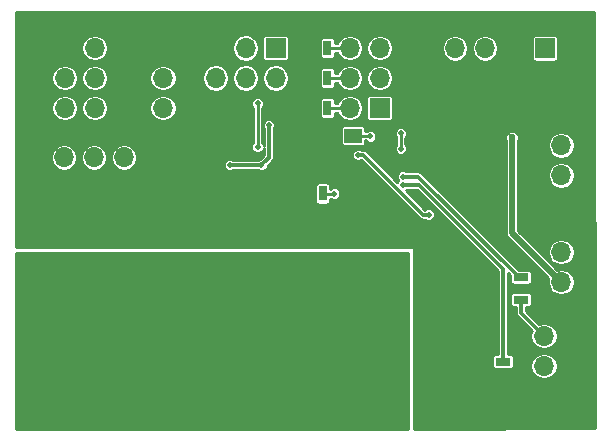
<source format=gbl>
G04 #@! TF.FileFunction,Copper,L2,Bot,Signal*
%FSLAX46Y46*%
G04 Gerber Fmt 4.6, Leading zero omitted, Abs format (unit mm)*
G04 Created by KiCad (PCBNEW 4.0.7) date Sat Nov 18 23:45:17 2017*
%MOMM*%
%LPD*%
G01*
G04 APERTURE LIST*
%ADD10C,0.100000*%
%ADD11C,0.600000*%
%ADD12C,0.500000*%
%ADD13R,1.600000X2.000000*%
%ADD14R,1.500000X1.250000*%
%ADD15R,1.700000X1.700000*%
%ADD16O,1.700000X1.700000*%
%ADD17R,0.700000X1.300000*%
%ADD18R,1.300000X0.700000*%
%ADD19C,0.228600*%
%ADD20C,0.500000*%
%ADD21C,0.300000*%
%ADD22C,0.254000*%
G04 APERTURE END LIST*
D10*
D11*
X35314000Y-34144000D03*
X37854000Y-34207500D03*
X39124000Y-34207500D03*
X36584000Y-34207500D03*
X40394000Y-34207500D03*
D12*
X56070500Y-39649500D03*
X54610000Y-39649500D03*
X52006500Y-39649500D03*
X50609500Y-39649500D03*
X54673500Y-36538000D03*
X52133500Y-36538000D03*
X50673000Y-36538000D03*
D11*
X57975500Y-36601500D03*
X57912000Y-38824000D03*
X53340000Y-38633500D03*
X53340000Y-37617500D03*
X53340000Y-36601500D03*
X53340000Y-39649500D03*
X49657000Y-39586000D03*
X58680000Y-48600000D03*
X58680000Y-47330000D03*
X62490000Y-48600000D03*
X62490000Y-47330000D03*
X63760000Y-47330000D03*
X63760000Y-48600000D03*
X63760000Y-49870000D03*
X62490000Y-49870000D03*
X61220000Y-49870000D03*
X59950000Y-49870000D03*
X58680000Y-49870000D03*
X57410000Y-49870000D03*
X56140000Y-49870000D03*
X57410000Y-48600000D03*
X56140000Y-48600000D03*
X54870000Y-49870000D03*
X54870000Y-48600000D03*
X54870000Y-47330000D03*
X53600000Y-47330000D03*
X52330000Y-47330000D03*
X51060000Y-47330000D03*
X49790000Y-49870000D03*
X49790000Y-48600000D03*
X16129000Y-36157000D03*
X18669000Y-36157000D03*
X18669000Y-38443000D03*
X16129000Y-38443000D03*
X16129000Y-40475000D03*
X21225000Y-49276000D03*
X22495000Y-49276000D03*
X23765000Y-49276000D03*
X18685000Y-49276000D03*
X16137000Y-49257000D03*
X17407000Y-49257000D03*
X19955000Y-49276000D03*
X28845000Y-49276000D03*
X27575000Y-49276000D03*
X26305000Y-49276000D03*
X25035000Y-49276000D03*
X31385000Y-49276000D03*
X30115000Y-49276000D03*
X33917000Y-49276000D03*
X32655000Y-49276000D03*
X21225000Y-48006000D03*
X22495000Y-48006000D03*
X23765000Y-48006000D03*
X18685000Y-48006000D03*
X16137000Y-47987000D03*
X17407000Y-47987000D03*
X19955000Y-48006000D03*
X28845000Y-48006000D03*
X27575000Y-48006000D03*
X26305000Y-48006000D03*
X25035000Y-48006000D03*
X31385000Y-48006000D03*
X30115000Y-48006000D03*
X33917000Y-48006000D03*
X32655000Y-48006000D03*
X21225000Y-46736000D03*
X22495000Y-46736000D03*
X23765000Y-46736000D03*
X18685000Y-46736000D03*
X16137000Y-46717000D03*
X17407000Y-46717000D03*
X19955000Y-46736000D03*
X28845000Y-46736000D03*
X27575000Y-46736000D03*
X26305000Y-46736000D03*
X25035000Y-46736000D03*
X31385000Y-46736000D03*
X30115000Y-46736000D03*
X33917000Y-46736000D03*
X32655000Y-46736000D03*
X21225000Y-45466000D03*
X22495000Y-45466000D03*
X23765000Y-45466000D03*
X18685000Y-45466000D03*
X16137000Y-45447000D03*
X17407000Y-45447000D03*
X19955000Y-45466000D03*
X28845000Y-45466000D03*
X27575000Y-45466000D03*
X26305000Y-45466000D03*
X25035000Y-45466000D03*
X31385000Y-45466000D03*
X30115000Y-45466000D03*
X33917000Y-45466000D03*
X32655000Y-45466000D03*
X21225000Y-44196000D03*
X22495000Y-44196000D03*
X23765000Y-44196000D03*
X18685000Y-44196000D03*
X16137000Y-44177000D03*
X17407000Y-44177000D03*
X19955000Y-44196000D03*
X28845000Y-44196000D03*
X27575000Y-44196000D03*
X26305000Y-44196000D03*
X25035000Y-44196000D03*
X31385000Y-44196000D03*
X30115000Y-44196000D03*
X33917000Y-44196000D03*
X32655000Y-44196000D03*
X21225000Y-42926000D03*
X22495000Y-42926000D03*
X23765000Y-42926000D03*
X18685000Y-42926000D03*
X16137000Y-42907000D03*
X17407000Y-42907000D03*
X19955000Y-42926000D03*
X28845000Y-42926000D03*
X27575000Y-42926000D03*
X26305000Y-42926000D03*
X25035000Y-42926000D03*
X31385000Y-42926000D03*
X30115000Y-42926000D03*
X33917000Y-42926000D03*
X32655000Y-42926000D03*
X26305000Y-41656000D03*
X27575000Y-41656000D03*
X22495000Y-41656000D03*
X25035000Y-41656000D03*
X21225000Y-41656000D03*
X23765000Y-41656000D03*
X19955000Y-41656000D03*
X18685000Y-41656000D03*
X33917000Y-41656000D03*
X32655000Y-41656000D03*
X28845000Y-41656000D03*
X31385000Y-41656000D03*
X30115000Y-41656000D03*
X16137000Y-41637000D03*
X17407000Y-41637000D03*
X33909000Y-40367000D03*
X28837000Y-40367000D03*
X27567000Y-40367000D03*
X26297000Y-40367000D03*
X32647000Y-40367000D03*
X30107000Y-40367000D03*
X31377000Y-40367000D03*
X21217000Y-40367000D03*
X19947000Y-40367000D03*
X18677000Y-40367000D03*
X25027000Y-40367000D03*
X22487000Y-40367000D03*
X23757000Y-40367000D03*
X42164000Y-34950500D03*
X41029000Y-34906000D03*
X39759000Y-33509000D03*
X39759000Y-34906000D03*
X38489000Y-34906000D03*
X38489000Y-33509000D03*
X37219000Y-34906000D03*
X37219000Y-33509000D03*
X35949000Y-33509000D03*
X35949000Y-34906000D03*
X34679000Y-34906000D03*
X34679000Y-33509000D03*
X23376000Y-33890000D03*
X23376000Y-32620000D03*
X19185000Y-32239000D03*
X18804000Y-33255000D03*
X18804000Y-34906000D03*
X16010000Y-33255000D03*
X31377000Y-32620000D03*
X31377000Y-33890000D03*
X28710000Y-31540500D03*
X31250000Y-31540500D03*
X29980000Y-31540500D03*
X26170000Y-31350000D03*
X27440000Y-31540500D03*
X31250000Y-36176000D03*
X28710000Y-36176000D03*
X29980000Y-36176000D03*
X23630000Y-36176000D03*
X24900000Y-36176000D03*
X26170000Y-36176000D03*
X27440000Y-36176000D03*
D12*
X22487000Y-36049000D03*
X20201000Y-36049000D03*
X21344000Y-36049000D03*
X21344000Y-35096500D03*
X22487000Y-35096500D03*
D11*
X31250000Y-34969500D03*
X29980000Y-34969500D03*
X28710000Y-34969500D03*
X26170000Y-34969500D03*
X27440000Y-34969500D03*
X24900000Y-34969500D03*
X23630000Y-34969500D03*
X16010000Y-34906000D03*
X19820000Y-31350000D03*
X16010000Y-31350000D03*
X23630000Y-31350000D03*
X22360000Y-31350000D03*
X24900000Y-31350000D03*
X21090000Y-31350000D03*
X23630000Y-30207000D03*
X24900000Y-30207000D03*
X21090000Y-30207000D03*
X22360000Y-30207000D03*
X18550000Y-30207000D03*
X19820000Y-30207000D03*
X17280000Y-30207000D03*
X49790000Y-47330000D03*
D12*
X44640500Y-35077400D03*
X44640500Y-34442400D03*
X46672500Y-34442400D03*
X46672500Y-35077400D03*
X45275500Y-35077400D03*
X46037500Y-35077400D03*
X46037500Y-34442400D03*
X45275500Y-34442400D03*
X45275500Y-33807400D03*
X46037500Y-33807400D03*
X45275500Y-33045400D03*
X46037500Y-33045400D03*
X46037500Y-32410400D03*
X45275500Y-32410400D03*
X46037500Y-31775400D03*
X45275500Y-31775400D03*
X46037500Y-31140400D03*
X45275500Y-31140400D03*
X46672500Y-31140400D03*
X44640500Y-31140400D03*
X44640500Y-31775400D03*
D13*
X47307500Y-37172400D03*
X47307500Y-33172400D03*
X44005500Y-37045400D03*
X44005500Y-33045400D03*
D14*
X41632500Y-25869900D03*
X44132500Y-25869900D03*
D15*
X28067000Y-18440400D03*
D16*
X28067000Y-20980400D03*
X28067000Y-23520400D03*
D15*
X37592000Y-18440400D03*
D16*
X37592000Y-20980400D03*
X35052000Y-18440400D03*
X35052000Y-20980400D03*
X32512000Y-18440400D03*
X32512000Y-20980400D03*
D15*
X61772800Y-33185200D03*
D16*
X61772800Y-35725200D03*
X61772800Y-38265200D03*
D15*
X46418500Y-23520400D03*
D16*
X43878500Y-23520400D03*
X46418500Y-20980400D03*
X43878500Y-20980400D03*
X46418500Y-18440400D03*
X43878500Y-18440400D03*
D15*
X27305000Y-27711400D03*
D16*
X24765000Y-27711400D03*
X22225000Y-27711400D03*
X19685000Y-27711400D03*
D15*
X61772800Y-24142800D03*
D16*
X61772800Y-26682800D03*
X61772800Y-29222800D03*
D12*
X45402500Y-36855400D03*
X45910500Y-36855400D03*
X45402500Y-36347400D03*
X45910500Y-36347400D03*
X46672500Y-31775400D03*
D11*
X49657000Y-36601400D03*
D12*
X48704500Y-39649500D03*
X54419500Y-32537400D03*
X56959500Y-27965400D03*
D15*
X60325000Y-47904400D03*
D16*
X60325000Y-45364400D03*
X60325000Y-42824400D03*
D12*
X43561000Y-29997400D03*
D17*
X41968500Y-18440400D03*
X40068500Y-18440400D03*
X41973500Y-20980400D03*
X40073500Y-20980400D03*
X41973500Y-23520400D03*
X40073500Y-23520400D03*
X41587500Y-30759400D03*
X39687500Y-30759400D03*
D18*
X58356500Y-39741900D03*
X58356500Y-37841900D03*
D12*
X38925500Y-23139400D03*
X35115500Y-23139400D03*
D15*
X19748500Y-18440400D03*
D16*
X22288500Y-18440400D03*
X19748500Y-20980400D03*
X22288500Y-20980400D03*
X19748500Y-23520400D03*
X22288500Y-23520400D03*
D18*
X56832500Y-46885900D03*
X56832500Y-44985900D03*
D15*
X17399000Y-31775400D03*
D16*
X17399000Y-34315400D03*
X17399000Y-36855400D03*
X17399000Y-39395400D03*
D11*
X16010000Y-30207000D03*
D12*
X20201000Y-35096500D03*
D15*
X60401200Y-18453200D03*
D16*
X57861200Y-18453200D03*
X55321200Y-18453200D03*
X52781200Y-18453200D03*
D12*
X45608530Y-25918353D03*
X33718500Y-28346400D03*
X36395089Y-28344570D03*
X37020500Y-24980900D03*
X44576916Y-27500177D03*
D11*
X57627875Y-26016367D03*
D12*
X50556984Y-32548384D03*
X48197101Y-26950486D03*
X48198625Y-25670759D03*
X36068000Y-23139400D03*
X36068000Y-26822400D03*
X42558556Y-30773064D03*
X48369170Y-29321432D03*
X48368309Y-30019674D03*
D19*
X45560077Y-25869900D02*
X45608530Y-25918353D01*
X44132500Y-25869900D02*
X45560077Y-25869900D01*
D20*
X57627875Y-26016367D02*
X57627875Y-34120275D01*
X57627875Y-34120275D02*
X61772800Y-38265200D01*
D21*
X36039706Y-28346400D02*
X33718500Y-28346400D01*
X36395089Y-28344570D02*
X36041536Y-28344570D01*
X36041536Y-28344570D02*
X36039706Y-28346400D01*
X36645088Y-28094571D02*
X36395089Y-28344570D01*
X37020500Y-27719159D02*
X36645088Y-28094571D01*
X37020500Y-24980900D02*
X37020500Y-27719159D01*
X44576916Y-27500177D02*
X45000777Y-27500177D01*
X45000777Y-27500177D02*
X50048984Y-32548384D01*
X50048984Y-32548384D02*
X50556984Y-32548384D01*
D19*
X48198625Y-26948962D02*
X48197101Y-26950486D01*
X48198625Y-25670759D02*
X48198625Y-26948962D01*
D21*
X60325000Y-42824400D02*
X58356500Y-40855900D01*
X58356500Y-40855900D02*
X58356500Y-39741900D01*
D19*
X36068000Y-26822400D02*
X36068000Y-23139400D01*
X41973500Y-23520400D02*
X43878500Y-23520400D01*
X41973500Y-20980400D02*
X43878500Y-20980400D01*
X41968500Y-18440400D02*
X43878500Y-18440400D01*
X42558556Y-30773064D02*
X41601164Y-30773064D01*
X41601164Y-30773064D02*
X41587500Y-30759400D01*
D21*
X58356500Y-37841900D02*
X58190390Y-37841900D01*
X58190390Y-37841900D02*
X49669922Y-29321432D01*
X49669922Y-29321432D02*
X48369170Y-29321432D01*
X56832500Y-43935900D02*
X56832500Y-44985900D01*
X48386205Y-30001778D02*
X48368309Y-30019674D01*
X49710463Y-30001778D02*
X48386205Y-30001778D01*
X56832500Y-43935900D02*
X56832500Y-37123815D01*
X56832500Y-37123815D02*
X49710463Y-30001778D01*
D22*
G36*
X48831500Y-35776000D02*
X48831500Y-50698400D01*
X15621000Y-50698400D01*
X15621000Y-35775900D01*
X48831500Y-35776000D01*
X48831500Y-35776000D01*
G37*
X48831500Y-35776000D02*
X48831500Y-50698400D01*
X15621000Y-50698400D01*
X15621000Y-35775900D01*
X48831500Y-35776000D01*
G36*
X64642773Y-50635418D02*
X49339500Y-50697881D01*
X49339500Y-35458400D01*
X49329494Y-35408990D01*
X49301053Y-35367365D01*
X49258659Y-35340085D01*
X49212500Y-35331400D01*
X15621000Y-35331400D01*
X15621000Y-30109400D01*
X40952627Y-30109400D01*
X40952627Y-31409400D01*
X40972109Y-31512939D01*
X41033301Y-31608034D01*
X41126668Y-31671829D01*
X41237500Y-31694273D01*
X41937500Y-31694273D01*
X42041039Y-31674791D01*
X42136134Y-31613599D01*
X42199929Y-31520232D01*
X42222373Y-31409400D01*
X42222373Y-31185633D01*
X42258283Y-31221606D01*
X42452790Y-31302372D01*
X42663398Y-31302556D01*
X42858045Y-31222130D01*
X43007098Y-31073337D01*
X43087864Y-30878830D01*
X43088048Y-30668222D01*
X43007622Y-30473575D01*
X42858829Y-30324522D01*
X42664322Y-30243756D01*
X42453714Y-30243572D01*
X42259067Y-30323998D01*
X42222373Y-30360628D01*
X42222373Y-30109400D01*
X42202891Y-30005861D01*
X42141699Y-29910766D01*
X42048332Y-29846971D01*
X41937500Y-29824527D01*
X41237500Y-29824527D01*
X41133961Y-29844009D01*
X41038866Y-29905201D01*
X40975071Y-29998568D01*
X40952627Y-30109400D01*
X15621000Y-30109400D01*
X15621000Y-27689274D01*
X18555600Y-27689274D01*
X18555600Y-27733526D01*
X18641570Y-28165729D01*
X18886394Y-28532132D01*
X19252797Y-28776956D01*
X19685000Y-28862926D01*
X20117203Y-28776956D01*
X20483606Y-28532132D01*
X20728430Y-28165729D01*
X20814400Y-27733526D01*
X20814400Y-27689274D01*
X21095600Y-27689274D01*
X21095600Y-27733526D01*
X21181570Y-28165729D01*
X21426394Y-28532132D01*
X21792797Y-28776956D01*
X22225000Y-28862926D01*
X22657203Y-28776956D01*
X23023606Y-28532132D01*
X23268430Y-28165729D01*
X23354400Y-27733526D01*
X23354400Y-27689274D01*
X23635600Y-27689274D01*
X23635600Y-27733526D01*
X23721570Y-28165729D01*
X23966394Y-28532132D01*
X24332797Y-28776956D01*
X24765000Y-28862926D01*
X25197203Y-28776956D01*
X25563606Y-28532132D01*
X25617655Y-28451242D01*
X33189008Y-28451242D01*
X33269434Y-28645889D01*
X33418227Y-28794942D01*
X33612734Y-28875708D01*
X33823342Y-28875892D01*
X34017989Y-28795466D01*
X34037689Y-28775800D01*
X36039706Y-28775800D01*
X36048906Y-28773970D01*
X36075707Y-28773970D01*
X36094816Y-28793112D01*
X36289323Y-28873878D01*
X36499931Y-28874062D01*
X36694578Y-28793636D01*
X36843631Y-28644843D01*
X36924397Y-28450336D01*
X36924421Y-28422502D01*
X36948720Y-28398203D01*
X37324129Y-28022793D01*
X37324132Y-28022791D01*
X37417214Y-27883483D01*
X37431393Y-27812200D01*
X37449901Y-27719159D01*
X37449900Y-27719154D01*
X37449900Y-27605019D01*
X44047424Y-27605019D01*
X44127850Y-27799666D01*
X44276643Y-27948719D01*
X44471150Y-28029485D01*
X44681758Y-28029669D01*
X44852469Y-27959133D01*
X49745352Y-32852016D01*
X49884660Y-32945098D01*
X50048984Y-32977785D01*
X50048989Y-32977784D01*
X50237602Y-32977784D01*
X50256711Y-32996926D01*
X50451218Y-33077692D01*
X50661826Y-33077876D01*
X50856473Y-32997450D01*
X51005526Y-32848657D01*
X51086292Y-32654150D01*
X51086476Y-32443542D01*
X51006050Y-32248895D01*
X50857257Y-32099842D01*
X50662750Y-32019076D01*
X50452142Y-32018892D01*
X50257495Y-32099318D01*
X50237795Y-32118984D01*
X50226848Y-32118984D01*
X48603267Y-30495403D01*
X48667798Y-30468740D01*
X48705426Y-30431178D01*
X49532599Y-30431178D01*
X56403100Y-37301678D01*
X56403100Y-44351027D01*
X56182500Y-44351027D01*
X56078961Y-44370509D01*
X55983866Y-44431701D01*
X55920071Y-44525068D01*
X55897627Y-44635900D01*
X55897627Y-45335900D01*
X55917109Y-45439439D01*
X55978301Y-45534534D01*
X56071668Y-45598329D01*
X56182500Y-45620773D01*
X57482500Y-45620773D01*
X57586039Y-45601291D01*
X57681134Y-45540099D01*
X57744929Y-45446732D01*
X57761601Y-45364400D01*
X59173474Y-45364400D01*
X59259444Y-45796603D01*
X59504268Y-46163006D01*
X59870671Y-46407830D01*
X60302874Y-46493800D01*
X60347126Y-46493800D01*
X60779329Y-46407830D01*
X61145732Y-46163006D01*
X61390556Y-45796603D01*
X61476526Y-45364400D01*
X61390556Y-44932197D01*
X61145732Y-44565794D01*
X60779329Y-44320970D01*
X60347126Y-44235000D01*
X60302874Y-44235000D01*
X59870671Y-44320970D01*
X59504268Y-44565794D01*
X59259444Y-44932197D01*
X59173474Y-45364400D01*
X57761601Y-45364400D01*
X57767373Y-45335900D01*
X57767373Y-44635900D01*
X57747891Y-44532361D01*
X57686699Y-44437266D01*
X57593332Y-44373471D01*
X57482500Y-44351027D01*
X57261900Y-44351027D01*
X57261900Y-39391900D01*
X57421627Y-39391900D01*
X57421627Y-40091900D01*
X57441109Y-40195439D01*
X57502301Y-40290534D01*
X57595668Y-40354329D01*
X57706500Y-40376773D01*
X57927100Y-40376773D01*
X57927100Y-40855900D01*
X57959786Y-41020225D01*
X58052868Y-41159532D01*
X59269894Y-42376557D01*
X59259444Y-42392197D01*
X59173474Y-42824400D01*
X59259444Y-43256603D01*
X59504268Y-43623006D01*
X59870671Y-43867830D01*
X60302874Y-43953800D01*
X60347126Y-43953800D01*
X60779329Y-43867830D01*
X61145732Y-43623006D01*
X61390556Y-43256603D01*
X61476526Y-42824400D01*
X61390556Y-42392197D01*
X61145732Y-42025794D01*
X60779329Y-41780970D01*
X60347126Y-41695000D01*
X60302874Y-41695000D01*
X59885820Y-41777957D01*
X58785900Y-40678036D01*
X58785900Y-40376773D01*
X59006500Y-40376773D01*
X59110039Y-40357291D01*
X59205134Y-40296099D01*
X59268929Y-40202732D01*
X59291373Y-40091900D01*
X59291373Y-39391900D01*
X59271891Y-39288361D01*
X59210699Y-39193266D01*
X59117332Y-39129471D01*
X59006500Y-39107027D01*
X57706500Y-39107027D01*
X57602961Y-39126509D01*
X57507866Y-39187701D01*
X57444071Y-39281068D01*
X57421627Y-39391900D01*
X57261900Y-39391900D01*
X57261900Y-37520673D01*
X57421627Y-37680400D01*
X57421627Y-38191900D01*
X57441109Y-38295439D01*
X57502301Y-38390534D01*
X57595668Y-38454329D01*
X57706500Y-38476773D01*
X59006500Y-38476773D01*
X59110039Y-38457291D01*
X59205134Y-38396099D01*
X59268929Y-38302732D01*
X59291373Y-38191900D01*
X59291373Y-37491900D01*
X59271891Y-37388361D01*
X59210699Y-37293266D01*
X59117332Y-37229471D01*
X59006500Y-37207027D01*
X58162780Y-37207027D01*
X49973554Y-29017800D01*
X49834247Y-28924718D01*
X49669922Y-28892032D01*
X48688552Y-28892032D01*
X48669443Y-28872890D01*
X48474936Y-28792124D01*
X48264328Y-28791940D01*
X48069681Y-28872366D01*
X47920628Y-29021159D01*
X47839862Y-29215666D01*
X47839678Y-29426274D01*
X47920104Y-29620921D01*
X47969176Y-29670078D01*
X47919767Y-29719401D01*
X47892627Y-29784763D01*
X45304409Y-27196545D01*
X45165102Y-27103463D01*
X45000777Y-27070777D01*
X44896298Y-27070777D01*
X44880876Y-27055328D01*
X47667609Y-27055328D01*
X47748035Y-27249975D01*
X47896828Y-27399028D01*
X48091335Y-27479794D01*
X48301943Y-27479978D01*
X48496590Y-27399552D01*
X48645643Y-27250759D01*
X48726409Y-27056252D01*
X48726593Y-26845644D01*
X48646167Y-26650997D01*
X48592325Y-26597061D01*
X48592325Y-26131111D01*
X57048375Y-26131111D01*
X57098475Y-26252363D01*
X57098475Y-34120275D01*
X57138773Y-34322868D01*
X57253533Y-34494617D01*
X60688109Y-37929193D01*
X60621274Y-38265200D01*
X60707244Y-38697403D01*
X60952068Y-39063806D01*
X61318471Y-39308630D01*
X61750674Y-39394600D01*
X61794926Y-39394600D01*
X62227129Y-39308630D01*
X62593532Y-39063806D01*
X62838356Y-38697403D01*
X62924326Y-38265200D01*
X62838356Y-37832997D01*
X62593532Y-37466594D01*
X62227129Y-37221770D01*
X61794926Y-37135800D01*
X61750674Y-37135800D01*
X61451578Y-37195294D01*
X59981484Y-35725200D01*
X60621274Y-35725200D01*
X60707244Y-36157403D01*
X60952068Y-36523806D01*
X61318471Y-36768630D01*
X61750674Y-36854600D01*
X61794926Y-36854600D01*
X62227129Y-36768630D01*
X62593532Y-36523806D01*
X62838356Y-36157403D01*
X62924326Y-35725200D01*
X62838356Y-35292997D01*
X62593532Y-34926594D01*
X62227129Y-34681770D01*
X61794926Y-34595800D01*
X61750674Y-34595800D01*
X61318471Y-34681770D01*
X60952068Y-34926594D01*
X60707244Y-35292997D01*
X60621274Y-35725200D01*
X59981484Y-35725200D01*
X58157275Y-33900991D01*
X58157275Y-29222800D01*
X60621274Y-29222800D01*
X60707244Y-29655003D01*
X60952068Y-30021406D01*
X61318471Y-30266230D01*
X61750674Y-30352200D01*
X61794926Y-30352200D01*
X62227129Y-30266230D01*
X62593532Y-30021406D01*
X62838356Y-29655003D01*
X62924326Y-29222800D01*
X62838356Y-28790597D01*
X62593532Y-28424194D01*
X62227129Y-28179370D01*
X61794926Y-28093400D01*
X61750674Y-28093400D01*
X61318471Y-28179370D01*
X60952068Y-28424194D01*
X60707244Y-28790597D01*
X60621274Y-29222800D01*
X58157275Y-29222800D01*
X58157275Y-26682800D01*
X60621274Y-26682800D01*
X60707244Y-27115003D01*
X60952068Y-27481406D01*
X61318471Y-27726230D01*
X61750674Y-27812200D01*
X61794926Y-27812200D01*
X62227129Y-27726230D01*
X62593532Y-27481406D01*
X62838356Y-27115003D01*
X62924326Y-26682800D01*
X62838356Y-26250597D01*
X62593532Y-25884194D01*
X62227129Y-25639370D01*
X61794926Y-25553400D01*
X61750674Y-25553400D01*
X61318471Y-25639370D01*
X60952068Y-25884194D01*
X60707244Y-26250597D01*
X60621274Y-26682800D01*
X58157275Y-26682800D01*
X58157275Y-26252292D01*
X58207174Y-26132122D01*
X58207375Y-25901623D01*
X58119353Y-25688592D01*
X57956507Y-25525462D01*
X57743630Y-25437068D01*
X57513131Y-25436867D01*
X57300100Y-25524889D01*
X57136970Y-25687735D01*
X57048576Y-25900612D01*
X57048375Y-26131111D01*
X48592325Y-26131111D01*
X48592325Y-26025778D01*
X48647167Y-25971032D01*
X48727933Y-25776525D01*
X48728117Y-25565917D01*
X48647691Y-25371270D01*
X48498898Y-25222217D01*
X48304391Y-25141451D01*
X48093783Y-25141267D01*
X47899136Y-25221693D01*
X47750083Y-25370486D01*
X47669317Y-25564993D01*
X47669133Y-25775601D01*
X47749559Y-25970248D01*
X47804925Y-26025711D01*
X47804925Y-26593945D01*
X47748559Y-26650213D01*
X47667793Y-26844720D01*
X47667609Y-27055328D01*
X44880876Y-27055328D01*
X44877189Y-27051635D01*
X44682682Y-26970869D01*
X44472074Y-26970685D01*
X44277427Y-27051111D01*
X44128374Y-27199904D01*
X44047608Y-27394411D01*
X44047424Y-27605019D01*
X37449900Y-27605019D01*
X37449900Y-25300282D01*
X37469042Y-25281173D01*
X37484103Y-25244900D01*
X43097627Y-25244900D01*
X43097627Y-26494900D01*
X43117109Y-26598439D01*
X43178301Y-26693534D01*
X43271668Y-26757329D01*
X43382500Y-26779773D01*
X44882500Y-26779773D01*
X44986039Y-26760291D01*
X45081134Y-26699099D01*
X45144929Y-26605732D01*
X45167373Y-26494900D01*
X45167373Y-26263600D01*
X45205142Y-26263600D01*
X45308257Y-26366895D01*
X45502764Y-26447661D01*
X45713372Y-26447845D01*
X45908019Y-26367419D01*
X46057072Y-26218626D01*
X46137838Y-26024119D01*
X46138022Y-25813511D01*
X46057596Y-25618864D01*
X45908803Y-25469811D01*
X45714296Y-25389045D01*
X45503688Y-25388861D01*
X45309041Y-25469287D01*
X45302116Y-25476200D01*
X45167373Y-25476200D01*
X45167373Y-25244900D01*
X45147891Y-25141361D01*
X45086699Y-25046266D01*
X44993332Y-24982471D01*
X44882500Y-24960027D01*
X43382500Y-24960027D01*
X43278961Y-24979509D01*
X43183866Y-25040701D01*
X43120071Y-25134068D01*
X43097627Y-25244900D01*
X37484103Y-25244900D01*
X37549808Y-25086666D01*
X37549992Y-24876058D01*
X37469566Y-24681411D01*
X37320773Y-24532358D01*
X37126266Y-24451592D01*
X36915658Y-24451408D01*
X36721011Y-24531834D01*
X36571958Y-24680627D01*
X36491192Y-24875134D01*
X36491008Y-25085742D01*
X36571434Y-25280389D01*
X36591100Y-25300089D01*
X36591100Y-26702088D01*
X36517066Y-26522911D01*
X36461700Y-26467448D01*
X36461700Y-23494419D01*
X36516542Y-23439673D01*
X36597308Y-23245166D01*
X36597492Y-23034558D01*
X36529664Y-22870400D01*
X41338627Y-22870400D01*
X41338627Y-24170400D01*
X41358109Y-24273939D01*
X41419301Y-24369034D01*
X41512668Y-24432829D01*
X41623500Y-24455273D01*
X42323500Y-24455273D01*
X42427039Y-24435791D01*
X42522134Y-24374599D01*
X42585929Y-24281232D01*
X42608373Y-24170400D01*
X42608373Y-23914100D01*
X42805285Y-23914100D01*
X42812944Y-23952603D01*
X43057768Y-24319006D01*
X43424171Y-24563830D01*
X43856374Y-24649800D01*
X43900626Y-24649800D01*
X44332829Y-24563830D01*
X44699232Y-24319006D01*
X44944056Y-23952603D01*
X45030026Y-23520400D01*
X44944056Y-23088197D01*
X44699232Y-22721794D01*
X44622316Y-22670400D01*
X45283627Y-22670400D01*
X45283627Y-24370400D01*
X45303109Y-24473939D01*
X45364301Y-24569034D01*
X45457668Y-24632829D01*
X45568500Y-24655273D01*
X47268500Y-24655273D01*
X47372039Y-24635791D01*
X47467134Y-24574599D01*
X47530929Y-24481232D01*
X47553373Y-24370400D01*
X47553373Y-22670400D01*
X47533891Y-22566861D01*
X47472699Y-22471766D01*
X47379332Y-22407971D01*
X47268500Y-22385527D01*
X45568500Y-22385527D01*
X45464961Y-22405009D01*
X45369866Y-22466201D01*
X45306071Y-22559568D01*
X45283627Y-22670400D01*
X44622316Y-22670400D01*
X44332829Y-22476970D01*
X43900626Y-22391000D01*
X43856374Y-22391000D01*
X43424171Y-22476970D01*
X43057768Y-22721794D01*
X42812944Y-23088197D01*
X42805285Y-23126700D01*
X42608373Y-23126700D01*
X42608373Y-22870400D01*
X42588891Y-22766861D01*
X42527699Y-22671766D01*
X42434332Y-22607971D01*
X42323500Y-22585527D01*
X41623500Y-22585527D01*
X41519961Y-22605009D01*
X41424866Y-22666201D01*
X41361071Y-22759568D01*
X41338627Y-22870400D01*
X36529664Y-22870400D01*
X36517066Y-22839911D01*
X36368273Y-22690858D01*
X36173766Y-22610092D01*
X35963158Y-22609908D01*
X35768511Y-22690334D01*
X35619458Y-22839127D01*
X35538692Y-23033634D01*
X35538508Y-23244242D01*
X35618934Y-23438889D01*
X35674300Y-23494352D01*
X35674300Y-26467381D01*
X35619458Y-26522127D01*
X35538692Y-26716634D01*
X35538508Y-26927242D01*
X35618934Y-27121889D01*
X35767727Y-27270942D01*
X35962234Y-27351708D01*
X36172842Y-27351892D01*
X36367489Y-27271466D01*
X36516542Y-27122673D01*
X36591100Y-26943117D01*
X36591100Y-27541296D01*
X36341456Y-27790939D01*
X36317293Y-27815102D01*
X36290247Y-27815078D01*
X36095600Y-27895504D01*
X36075900Y-27915170D01*
X36041536Y-27915170D01*
X36032336Y-27917000D01*
X34037882Y-27917000D01*
X34018773Y-27897858D01*
X33824266Y-27817092D01*
X33613658Y-27816908D01*
X33419011Y-27897334D01*
X33269958Y-28046127D01*
X33189192Y-28240634D01*
X33189008Y-28451242D01*
X25617655Y-28451242D01*
X25808430Y-28165729D01*
X25894400Y-27733526D01*
X25894400Y-27689274D01*
X25808430Y-27257071D01*
X25563606Y-26890668D01*
X25197203Y-26645844D01*
X24765000Y-26559874D01*
X24332797Y-26645844D01*
X23966394Y-26890668D01*
X23721570Y-27257071D01*
X23635600Y-27689274D01*
X23354400Y-27689274D01*
X23268430Y-27257071D01*
X23023606Y-26890668D01*
X22657203Y-26645844D01*
X22225000Y-26559874D01*
X21792797Y-26645844D01*
X21426394Y-26890668D01*
X21181570Y-27257071D01*
X21095600Y-27689274D01*
X20814400Y-27689274D01*
X20728430Y-27257071D01*
X20483606Y-26890668D01*
X20117203Y-26645844D01*
X19685000Y-26559874D01*
X19252797Y-26645844D01*
X18886394Y-26890668D01*
X18641570Y-27257071D01*
X18555600Y-27689274D01*
X15621000Y-27689274D01*
X15621000Y-23520400D01*
X18596974Y-23520400D01*
X18682944Y-23952603D01*
X18927768Y-24319006D01*
X19294171Y-24563830D01*
X19726374Y-24649800D01*
X19770626Y-24649800D01*
X20202829Y-24563830D01*
X20569232Y-24319006D01*
X20814056Y-23952603D01*
X20900026Y-23520400D01*
X21136974Y-23520400D01*
X21222944Y-23952603D01*
X21467768Y-24319006D01*
X21834171Y-24563830D01*
X22266374Y-24649800D01*
X22310626Y-24649800D01*
X22742829Y-24563830D01*
X23109232Y-24319006D01*
X23354056Y-23952603D01*
X23440026Y-23520400D01*
X26915474Y-23520400D01*
X27001444Y-23952603D01*
X27246268Y-24319006D01*
X27612671Y-24563830D01*
X28044874Y-24649800D01*
X28089126Y-24649800D01*
X28521329Y-24563830D01*
X28887732Y-24319006D01*
X29132556Y-23952603D01*
X29218526Y-23520400D01*
X29132556Y-23088197D01*
X28887732Y-22721794D01*
X28521329Y-22476970D01*
X28089126Y-22391000D01*
X28044874Y-22391000D01*
X27612671Y-22476970D01*
X27246268Y-22721794D01*
X27001444Y-23088197D01*
X26915474Y-23520400D01*
X23440026Y-23520400D01*
X23354056Y-23088197D01*
X23109232Y-22721794D01*
X22742829Y-22476970D01*
X22310626Y-22391000D01*
X22266374Y-22391000D01*
X21834171Y-22476970D01*
X21467768Y-22721794D01*
X21222944Y-23088197D01*
X21136974Y-23520400D01*
X20900026Y-23520400D01*
X20814056Y-23088197D01*
X20569232Y-22721794D01*
X20202829Y-22476970D01*
X19770626Y-22391000D01*
X19726374Y-22391000D01*
X19294171Y-22476970D01*
X18927768Y-22721794D01*
X18682944Y-23088197D01*
X18596974Y-23520400D01*
X15621000Y-23520400D01*
X15621000Y-20980400D01*
X18596974Y-20980400D01*
X18682944Y-21412603D01*
X18927768Y-21779006D01*
X19294171Y-22023830D01*
X19726374Y-22109800D01*
X19770626Y-22109800D01*
X20202829Y-22023830D01*
X20569232Y-21779006D01*
X20814056Y-21412603D01*
X20900026Y-20980400D01*
X21136974Y-20980400D01*
X21222944Y-21412603D01*
X21467768Y-21779006D01*
X21834171Y-22023830D01*
X22266374Y-22109800D01*
X22310626Y-22109800D01*
X22742829Y-22023830D01*
X23109232Y-21779006D01*
X23354056Y-21412603D01*
X23440026Y-20980400D01*
X26915474Y-20980400D01*
X27001444Y-21412603D01*
X27246268Y-21779006D01*
X27612671Y-22023830D01*
X28044874Y-22109800D01*
X28089126Y-22109800D01*
X28521329Y-22023830D01*
X28887732Y-21779006D01*
X29132556Y-21412603D01*
X29218526Y-20980400D01*
X29214125Y-20958274D01*
X31382600Y-20958274D01*
X31382600Y-21002526D01*
X31468570Y-21434729D01*
X31713394Y-21801132D01*
X32079797Y-22045956D01*
X32512000Y-22131926D01*
X32944203Y-22045956D01*
X33310606Y-21801132D01*
X33555430Y-21434729D01*
X33641400Y-21002526D01*
X33641400Y-20958274D01*
X33922600Y-20958274D01*
X33922600Y-21002526D01*
X34008570Y-21434729D01*
X34253394Y-21801132D01*
X34619797Y-22045956D01*
X35052000Y-22131926D01*
X35484203Y-22045956D01*
X35850606Y-21801132D01*
X36095430Y-21434729D01*
X36181400Y-21002526D01*
X36181400Y-20958274D01*
X36462600Y-20958274D01*
X36462600Y-21002526D01*
X36548570Y-21434729D01*
X36793394Y-21801132D01*
X37159797Y-22045956D01*
X37592000Y-22131926D01*
X38024203Y-22045956D01*
X38390606Y-21801132D01*
X38635430Y-21434729D01*
X38721400Y-21002526D01*
X38721400Y-20958274D01*
X38635430Y-20526071D01*
X38504687Y-20330400D01*
X41338627Y-20330400D01*
X41338627Y-21630400D01*
X41358109Y-21733939D01*
X41419301Y-21829034D01*
X41512668Y-21892829D01*
X41623500Y-21915273D01*
X42323500Y-21915273D01*
X42427039Y-21895791D01*
X42522134Y-21834599D01*
X42585929Y-21741232D01*
X42608373Y-21630400D01*
X42608373Y-21374100D01*
X42805285Y-21374100D01*
X42812944Y-21412603D01*
X43057768Y-21779006D01*
X43424171Y-22023830D01*
X43856374Y-22109800D01*
X43900626Y-22109800D01*
X44332829Y-22023830D01*
X44699232Y-21779006D01*
X44944056Y-21412603D01*
X45030026Y-20980400D01*
X45266974Y-20980400D01*
X45352944Y-21412603D01*
X45597768Y-21779006D01*
X45964171Y-22023830D01*
X46396374Y-22109800D01*
X46440626Y-22109800D01*
X46872829Y-22023830D01*
X47239232Y-21779006D01*
X47484056Y-21412603D01*
X47570026Y-20980400D01*
X47484056Y-20548197D01*
X47239232Y-20181794D01*
X46872829Y-19936970D01*
X46440626Y-19851000D01*
X46396374Y-19851000D01*
X45964171Y-19936970D01*
X45597768Y-20181794D01*
X45352944Y-20548197D01*
X45266974Y-20980400D01*
X45030026Y-20980400D01*
X44944056Y-20548197D01*
X44699232Y-20181794D01*
X44332829Y-19936970D01*
X43900626Y-19851000D01*
X43856374Y-19851000D01*
X43424171Y-19936970D01*
X43057768Y-20181794D01*
X42812944Y-20548197D01*
X42805285Y-20586700D01*
X42608373Y-20586700D01*
X42608373Y-20330400D01*
X42588891Y-20226861D01*
X42527699Y-20131766D01*
X42434332Y-20067971D01*
X42323500Y-20045527D01*
X41623500Y-20045527D01*
X41519961Y-20065009D01*
X41424866Y-20126201D01*
X41361071Y-20219568D01*
X41338627Y-20330400D01*
X38504687Y-20330400D01*
X38390606Y-20159668D01*
X38024203Y-19914844D01*
X37592000Y-19828874D01*
X37159797Y-19914844D01*
X36793394Y-20159668D01*
X36548570Y-20526071D01*
X36462600Y-20958274D01*
X36181400Y-20958274D01*
X36095430Y-20526071D01*
X35850606Y-20159668D01*
X35484203Y-19914844D01*
X35052000Y-19828874D01*
X34619797Y-19914844D01*
X34253394Y-20159668D01*
X34008570Y-20526071D01*
X33922600Y-20958274D01*
X33641400Y-20958274D01*
X33555430Y-20526071D01*
X33310606Y-20159668D01*
X32944203Y-19914844D01*
X32512000Y-19828874D01*
X32079797Y-19914844D01*
X31713394Y-20159668D01*
X31468570Y-20526071D01*
X31382600Y-20958274D01*
X29214125Y-20958274D01*
X29132556Y-20548197D01*
X28887732Y-20181794D01*
X28521329Y-19936970D01*
X28089126Y-19851000D01*
X28044874Y-19851000D01*
X27612671Y-19936970D01*
X27246268Y-20181794D01*
X27001444Y-20548197D01*
X26915474Y-20980400D01*
X23440026Y-20980400D01*
X23354056Y-20548197D01*
X23109232Y-20181794D01*
X22742829Y-19936970D01*
X22310626Y-19851000D01*
X22266374Y-19851000D01*
X21834171Y-19936970D01*
X21467768Y-20181794D01*
X21222944Y-20548197D01*
X21136974Y-20980400D01*
X20900026Y-20980400D01*
X20814056Y-20548197D01*
X20569232Y-20181794D01*
X20202829Y-19936970D01*
X19770626Y-19851000D01*
X19726374Y-19851000D01*
X19294171Y-19936970D01*
X18927768Y-20181794D01*
X18682944Y-20548197D01*
X18596974Y-20980400D01*
X15621000Y-20980400D01*
X15621000Y-18440400D01*
X21136974Y-18440400D01*
X21222944Y-18872603D01*
X21467768Y-19239006D01*
X21834171Y-19483830D01*
X22266374Y-19569800D01*
X22310626Y-19569800D01*
X22742829Y-19483830D01*
X23109232Y-19239006D01*
X23354056Y-18872603D01*
X23440026Y-18440400D01*
X23435625Y-18418274D01*
X33922600Y-18418274D01*
X33922600Y-18462526D01*
X34008570Y-18894729D01*
X34253394Y-19261132D01*
X34619797Y-19505956D01*
X35052000Y-19591926D01*
X35484203Y-19505956D01*
X35850606Y-19261132D01*
X36095430Y-18894729D01*
X36181400Y-18462526D01*
X36181400Y-18418274D01*
X36095430Y-17986071D01*
X35850606Y-17619668D01*
X35806804Y-17590400D01*
X36457127Y-17590400D01*
X36457127Y-19290400D01*
X36476609Y-19393939D01*
X36537801Y-19489034D01*
X36631168Y-19552829D01*
X36742000Y-19575273D01*
X38442000Y-19575273D01*
X38545539Y-19555791D01*
X38640634Y-19494599D01*
X38704429Y-19401232D01*
X38726873Y-19290400D01*
X38726873Y-17790400D01*
X41333627Y-17790400D01*
X41333627Y-19090400D01*
X41353109Y-19193939D01*
X41414301Y-19289034D01*
X41507668Y-19352829D01*
X41618500Y-19375273D01*
X42318500Y-19375273D01*
X42422039Y-19355791D01*
X42517134Y-19294599D01*
X42580929Y-19201232D01*
X42603373Y-19090400D01*
X42603373Y-18834100D01*
X42805285Y-18834100D01*
X42812944Y-18872603D01*
X43057768Y-19239006D01*
X43424171Y-19483830D01*
X43856374Y-19569800D01*
X43900626Y-19569800D01*
X44332829Y-19483830D01*
X44699232Y-19239006D01*
X44944056Y-18872603D01*
X45030026Y-18440400D01*
X45266974Y-18440400D01*
X45352944Y-18872603D01*
X45597768Y-19239006D01*
X45964171Y-19483830D01*
X46396374Y-19569800D01*
X46440626Y-19569800D01*
X46872829Y-19483830D01*
X47239232Y-19239006D01*
X47484056Y-18872603D01*
X47570026Y-18440400D01*
X47568171Y-18431074D01*
X51651800Y-18431074D01*
X51651800Y-18475326D01*
X51737770Y-18907529D01*
X51982594Y-19273932D01*
X52348997Y-19518756D01*
X52781200Y-19604726D01*
X53213403Y-19518756D01*
X53579806Y-19273932D01*
X53824630Y-18907529D01*
X53910600Y-18475326D01*
X53910600Y-18431074D01*
X54191800Y-18431074D01*
X54191800Y-18475326D01*
X54277770Y-18907529D01*
X54522594Y-19273932D01*
X54888997Y-19518756D01*
X55321200Y-19604726D01*
X55753403Y-19518756D01*
X56119806Y-19273932D01*
X56364630Y-18907529D01*
X56450600Y-18475326D01*
X56450600Y-18431074D01*
X56364630Y-17998871D01*
X56119806Y-17632468D01*
X56076004Y-17603200D01*
X59266327Y-17603200D01*
X59266327Y-19303200D01*
X59285809Y-19406739D01*
X59347001Y-19501834D01*
X59440368Y-19565629D01*
X59551200Y-19588073D01*
X61251200Y-19588073D01*
X61354739Y-19568591D01*
X61449834Y-19507399D01*
X61513629Y-19414032D01*
X61536073Y-19303200D01*
X61536073Y-17603200D01*
X61516591Y-17499661D01*
X61455399Y-17404566D01*
X61362032Y-17340771D01*
X61251200Y-17318327D01*
X59551200Y-17318327D01*
X59447661Y-17337809D01*
X59352566Y-17399001D01*
X59288771Y-17492368D01*
X59266327Y-17603200D01*
X56076004Y-17603200D01*
X55753403Y-17387644D01*
X55321200Y-17301674D01*
X54888997Y-17387644D01*
X54522594Y-17632468D01*
X54277770Y-17998871D01*
X54191800Y-18431074D01*
X53910600Y-18431074D01*
X53824630Y-17998871D01*
X53579806Y-17632468D01*
X53213403Y-17387644D01*
X52781200Y-17301674D01*
X52348997Y-17387644D01*
X51982594Y-17632468D01*
X51737770Y-17998871D01*
X51651800Y-18431074D01*
X47568171Y-18431074D01*
X47484056Y-18008197D01*
X47239232Y-17641794D01*
X46872829Y-17396970D01*
X46440626Y-17311000D01*
X46396374Y-17311000D01*
X45964171Y-17396970D01*
X45597768Y-17641794D01*
X45352944Y-18008197D01*
X45266974Y-18440400D01*
X45030026Y-18440400D01*
X44944056Y-18008197D01*
X44699232Y-17641794D01*
X44332829Y-17396970D01*
X43900626Y-17311000D01*
X43856374Y-17311000D01*
X43424171Y-17396970D01*
X43057768Y-17641794D01*
X42812944Y-18008197D01*
X42805285Y-18046700D01*
X42603373Y-18046700D01*
X42603373Y-17790400D01*
X42583891Y-17686861D01*
X42522699Y-17591766D01*
X42429332Y-17527971D01*
X42318500Y-17505527D01*
X41618500Y-17505527D01*
X41514961Y-17525009D01*
X41419866Y-17586201D01*
X41356071Y-17679568D01*
X41333627Y-17790400D01*
X38726873Y-17790400D01*
X38726873Y-17590400D01*
X38707391Y-17486861D01*
X38646199Y-17391766D01*
X38552832Y-17327971D01*
X38442000Y-17305527D01*
X36742000Y-17305527D01*
X36638461Y-17325009D01*
X36543366Y-17386201D01*
X36479571Y-17479568D01*
X36457127Y-17590400D01*
X35806804Y-17590400D01*
X35484203Y-17374844D01*
X35052000Y-17288874D01*
X34619797Y-17374844D01*
X34253394Y-17619668D01*
X34008570Y-17986071D01*
X33922600Y-18418274D01*
X23435625Y-18418274D01*
X23354056Y-18008197D01*
X23109232Y-17641794D01*
X22742829Y-17396970D01*
X22310626Y-17311000D01*
X22266374Y-17311000D01*
X21834171Y-17396970D01*
X21467768Y-17641794D01*
X21222944Y-18008197D01*
X21136974Y-18440400D01*
X15621000Y-18440400D01*
X15621000Y-15392400D01*
X64579727Y-15392400D01*
X64642773Y-50635418D01*
X64642773Y-50635418D01*
G37*
X64642773Y-50635418D02*
X49339500Y-50697881D01*
X49339500Y-35458400D01*
X49329494Y-35408990D01*
X49301053Y-35367365D01*
X49258659Y-35340085D01*
X49212500Y-35331400D01*
X15621000Y-35331400D01*
X15621000Y-30109400D01*
X40952627Y-30109400D01*
X40952627Y-31409400D01*
X40972109Y-31512939D01*
X41033301Y-31608034D01*
X41126668Y-31671829D01*
X41237500Y-31694273D01*
X41937500Y-31694273D01*
X42041039Y-31674791D01*
X42136134Y-31613599D01*
X42199929Y-31520232D01*
X42222373Y-31409400D01*
X42222373Y-31185633D01*
X42258283Y-31221606D01*
X42452790Y-31302372D01*
X42663398Y-31302556D01*
X42858045Y-31222130D01*
X43007098Y-31073337D01*
X43087864Y-30878830D01*
X43088048Y-30668222D01*
X43007622Y-30473575D01*
X42858829Y-30324522D01*
X42664322Y-30243756D01*
X42453714Y-30243572D01*
X42259067Y-30323998D01*
X42222373Y-30360628D01*
X42222373Y-30109400D01*
X42202891Y-30005861D01*
X42141699Y-29910766D01*
X42048332Y-29846971D01*
X41937500Y-29824527D01*
X41237500Y-29824527D01*
X41133961Y-29844009D01*
X41038866Y-29905201D01*
X40975071Y-29998568D01*
X40952627Y-30109400D01*
X15621000Y-30109400D01*
X15621000Y-27689274D01*
X18555600Y-27689274D01*
X18555600Y-27733526D01*
X18641570Y-28165729D01*
X18886394Y-28532132D01*
X19252797Y-28776956D01*
X19685000Y-28862926D01*
X20117203Y-28776956D01*
X20483606Y-28532132D01*
X20728430Y-28165729D01*
X20814400Y-27733526D01*
X20814400Y-27689274D01*
X21095600Y-27689274D01*
X21095600Y-27733526D01*
X21181570Y-28165729D01*
X21426394Y-28532132D01*
X21792797Y-28776956D01*
X22225000Y-28862926D01*
X22657203Y-28776956D01*
X23023606Y-28532132D01*
X23268430Y-28165729D01*
X23354400Y-27733526D01*
X23354400Y-27689274D01*
X23635600Y-27689274D01*
X23635600Y-27733526D01*
X23721570Y-28165729D01*
X23966394Y-28532132D01*
X24332797Y-28776956D01*
X24765000Y-28862926D01*
X25197203Y-28776956D01*
X25563606Y-28532132D01*
X25617655Y-28451242D01*
X33189008Y-28451242D01*
X33269434Y-28645889D01*
X33418227Y-28794942D01*
X33612734Y-28875708D01*
X33823342Y-28875892D01*
X34017989Y-28795466D01*
X34037689Y-28775800D01*
X36039706Y-28775800D01*
X36048906Y-28773970D01*
X36075707Y-28773970D01*
X36094816Y-28793112D01*
X36289323Y-28873878D01*
X36499931Y-28874062D01*
X36694578Y-28793636D01*
X36843631Y-28644843D01*
X36924397Y-28450336D01*
X36924421Y-28422502D01*
X36948720Y-28398203D01*
X37324129Y-28022793D01*
X37324132Y-28022791D01*
X37417214Y-27883483D01*
X37431393Y-27812200D01*
X37449901Y-27719159D01*
X37449900Y-27719154D01*
X37449900Y-27605019D01*
X44047424Y-27605019D01*
X44127850Y-27799666D01*
X44276643Y-27948719D01*
X44471150Y-28029485D01*
X44681758Y-28029669D01*
X44852469Y-27959133D01*
X49745352Y-32852016D01*
X49884660Y-32945098D01*
X50048984Y-32977785D01*
X50048989Y-32977784D01*
X50237602Y-32977784D01*
X50256711Y-32996926D01*
X50451218Y-33077692D01*
X50661826Y-33077876D01*
X50856473Y-32997450D01*
X51005526Y-32848657D01*
X51086292Y-32654150D01*
X51086476Y-32443542D01*
X51006050Y-32248895D01*
X50857257Y-32099842D01*
X50662750Y-32019076D01*
X50452142Y-32018892D01*
X50257495Y-32099318D01*
X50237795Y-32118984D01*
X50226848Y-32118984D01*
X48603267Y-30495403D01*
X48667798Y-30468740D01*
X48705426Y-30431178D01*
X49532599Y-30431178D01*
X56403100Y-37301678D01*
X56403100Y-44351027D01*
X56182500Y-44351027D01*
X56078961Y-44370509D01*
X55983866Y-44431701D01*
X55920071Y-44525068D01*
X55897627Y-44635900D01*
X55897627Y-45335900D01*
X55917109Y-45439439D01*
X55978301Y-45534534D01*
X56071668Y-45598329D01*
X56182500Y-45620773D01*
X57482500Y-45620773D01*
X57586039Y-45601291D01*
X57681134Y-45540099D01*
X57744929Y-45446732D01*
X57761601Y-45364400D01*
X59173474Y-45364400D01*
X59259444Y-45796603D01*
X59504268Y-46163006D01*
X59870671Y-46407830D01*
X60302874Y-46493800D01*
X60347126Y-46493800D01*
X60779329Y-46407830D01*
X61145732Y-46163006D01*
X61390556Y-45796603D01*
X61476526Y-45364400D01*
X61390556Y-44932197D01*
X61145732Y-44565794D01*
X60779329Y-44320970D01*
X60347126Y-44235000D01*
X60302874Y-44235000D01*
X59870671Y-44320970D01*
X59504268Y-44565794D01*
X59259444Y-44932197D01*
X59173474Y-45364400D01*
X57761601Y-45364400D01*
X57767373Y-45335900D01*
X57767373Y-44635900D01*
X57747891Y-44532361D01*
X57686699Y-44437266D01*
X57593332Y-44373471D01*
X57482500Y-44351027D01*
X57261900Y-44351027D01*
X57261900Y-39391900D01*
X57421627Y-39391900D01*
X57421627Y-40091900D01*
X57441109Y-40195439D01*
X57502301Y-40290534D01*
X57595668Y-40354329D01*
X57706500Y-40376773D01*
X57927100Y-40376773D01*
X57927100Y-40855900D01*
X57959786Y-41020225D01*
X58052868Y-41159532D01*
X59269894Y-42376557D01*
X59259444Y-42392197D01*
X59173474Y-42824400D01*
X59259444Y-43256603D01*
X59504268Y-43623006D01*
X59870671Y-43867830D01*
X60302874Y-43953800D01*
X60347126Y-43953800D01*
X60779329Y-43867830D01*
X61145732Y-43623006D01*
X61390556Y-43256603D01*
X61476526Y-42824400D01*
X61390556Y-42392197D01*
X61145732Y-42025794D01*
X60779329Y-41780970D01*
X60347126Y-41695000D01*
X60302874Y-41695000D01*
X59885820Y-41777957D01*
X58785900Y-40678036D01*
X58785900Y-40376773D01*
X59006500Y-40376773D01*
X59110039Y-40357291D01*
X59205134Y-40296099D01*
X59268929Y-40202732D01*
X59291373Y-40091900D01*
X59291373Y-39391900D01*
X59271891Y-39288361D01*
X59210699Y-39193266D01*
X59117332Y-39129471D01*
X59006500Y-39107027D01*
X57706500Y-39107027D01*
X57602961Y-39126509D01*
X57507866Y-39187701D01*
X57444071Y-39281068D01*
X57421627Y-39391900D01*
X57261900Y-39391900D01*
X57261900Y-37520673D01*
X57421627Y-37680400D01*
X57421627Y-38191900D01*
X57441109Y-38295439D01*
X57502301Y-38390534D01*
X57595668Y-38454329D01*
X57706500Y-38476773D01*
X59006500Y-38476773D01*
X59110039Y-38457291D01*
X59205134Y-38396099D01*
X59268929Y-38302732D01*
X59291373Y-38191900D01*
X59291373Y-37491900D01*
X59271891Y-37388361D01*
X59210699Y-37293266D01*
X59117332Y-37229471D01*
X59006500Y-37207027D01*
X58162780Y-37207027D01*
X49973554Y-29017800D01*
X49834247Y-28924718D01*
X49669922Y-28892032D01*
X48688552Y-28892032D01*
X48669443Y-28872890D01*
X48474936Y-28792124D01*
X48264328Y-28791940D01*
X48069681Y-28872366D01*
X47920628Y-29021159D01*
X47839862Y-29215666D01*
X47839678Y-29426274D01*
X47920104Y-29620921D01*
X47969176Y-29670078D01*
X47919767Y-29719401D01*
X47892627Y-29784763D01*
X45304409Y-27196545D01*
X45165102Y-27103463D01*
X45000777Y-27070777D01*
X44896298Y-27070777D01*
X44880876Y-27055328D01*
X47667609Y-27055328D01*
X47748035Y-27249975D01*
X47896828Y-27399028D01*
X48091335Y-27479794D01*
X48301943Y-27479978D01*
X48496590Y-27399552D01*
X48645643Y-27250759D01*
X48726409Y-27056252D01*
X48726593Y-26845644D01*
X48646167Y-26650997D01*
X48592325Y-26597061D01*
X48592325Y-26131111D01*
X57048375Y-26131111D01*
X57098475Y-26252363D01*
X57098475Y-34120275D01*
X57138773Y-34322868D01*
X57253533Y-34494617D01*
X60688109Y-37929193D01*
X60621274Y-38265200D01*
X60707244Y-38697403D01*
X60952068Y-39063806D01*
X61318471Y-39308630D01*
X61750674Y-39394600D01*
X61794926Y-39394600D01*
X62227129Y-39308630D01*
X62593532Y-39063806D01*
X62838356Y-38697403D01*
X62924326Y-38265200D01*
X62838356Y-37832997D01*
X62593532Y-37466594D01*
X62227129Y-37221770D01*
X61794926Y-37135800D01*
X61750674Y-37135800D01*
X61451578Y-37195294D01*
X59981484Y-35725200D01*
X60621274Y-35725200D01*
X60707244Y-36157403D01*
X60952068Y-36523806D01*
X61318471Y-36768630D01*
X61750674Y-36854600D01*
X61794926Y-36854600D01*
X62227129Y-36768630D01*
X62593532Y-36523806D01*
X62838356Y-36157403D01*
X62924326Y-35725200D01*
X62838356Y-35292997D01*
X62593532Y-34926594D01*
X62227129Y-34681770D01*
X61794926Y-34595800D01*
X61750674Y-34595800D01*
X61318471Y-34681770D01*
X60952068Y-34926594D01*
X60707244Y-35292997D01*
X60621274Y-35725200D01*
X59981484Y-35725200D01*
X58157275Y-33900991D01*
X58157275Y-29222800D01*
X60621274Y-29222800D01*
X60707244Y-29655003D01*
X60952068Y-30021406D01*
X61318471Y-30266230D01*
X61750674Y-30352200D01*
X61794926Y-30352200D01*
X62227129Y-30266230D01*
X62593532Y-30021406D01*
X62838356Y-29655003D01*
X62924326Y-29222800D01*
X62838356Y-28790597D01*
X62593532Y-28424194D01*
X62227129Y-28179370D01*
X61794926Y-28093400D01*
X61750674Y-28093400D01*
X61318471Y-28179370D01*
X60952068Y-28424194D01*
X60707244Y-28790597D01*
X60621274Y-29222800D01*
X58157275Y-29222800D01*
X58157275Y-26682800D01*
X60621274Y-26682800D01*
X60707244Y-27115003D01*
X60952068Y-27481406D01*
X61318471Y-27726230D01*
X61750674Y-27812200D01*
X61794926Y-27812200D01*
X62227129Y-27726230D01*
X62593532Y-27481406D01*
X62838356Y-27115003D01*
X62924326Y-26682800D01*
X62838356Y-26250597D01*
X62593532Y-25884194D01*
X62227129Y-25639370D01*
X61794926Y-25553400D01*
X61750674Y-25553400D01*
X61318471Y-25639370D01*
X60952068Y-25884194D01*
X60707244Y-26250597D01*
X60621274Y-26682800D01*
X58157275Y-26682800D01*
X58157275Y-26252292D01*
X58207174Y-26132122D01*
X58207375Y-25901623D01*
X58119353Y-25688592D01*
X57956507Y-25525462D01*
X57743630Y-25437068D01*
X57513131Y-25436867D01*
X57300100Y-25524889D01*
X57136970Y-25687735D01*
X57048576Y-25900612D01*
X57048375Y-26131111D01*
X48592325Y-26131111D01*
X48592325Y-26025778D01*
X48647167Y-25971032D01*
X48727933Y-25776525D01*
X48728117Y-25565917D01*
X48647691Y-25371270D01*
X48498898Y-25222217D01*
X48304391Y-25141451D01*
X48093783Y-25141267D01*
X47899136Y-25221693D01*
X47750083Y-25370486D01*
X47669317Y-25564993D01*
X47669133Y-25775601D01*
X47749559Y-25970248D01*
X47804925Y-26025711D01*
X47804925Y-26593945D01*
X47748559Y-26650213D01*
X47667793Y-26844720D01*
X47667609Y-27055328D01*
X44880876Y-27055328D01*
X44877189Y-27051635D01*
X44682682Y-26970869D01*
X44472074Y-26970685D01*
X44277427Y-27051111D01*
X44128374Y-27199904D01*
X44047608Y-27394411D01*
X44047424Y-27605019D01*
X37449900Y-27605019D01*
X37449900Y-25300282D01*
X37469042Y-25281173D01*
X37484103Y-25244900D01*
X43097627Y-25244900D01*
X43097627Y-26494900D01*
X43117109Y-26598439D01*
X43178301Y-26693534D01*
X43271668Y-26757329D01*
X43382500Y-26779773D01*
X44882500Y-26779773D01*
X44986039Y-26760291D01*
X45081134Y-26699099D01*
X45144929Y-26605732D01*
X45167373Y-26494900D01*
X45167373Y-26263600D01*
X45205142Y-26263600D01*
X45308257Y-26366895D01*
X45502764Y-26447661D01*
X45713372Y-26447845D01*
X45908019Y-26367419D01*
X46057072Y-26218626D01*
X46137838Y-26024119D01*
X46138022Y-25813511D01*
X46057596Y-25618864D01*
X45908803Y-25469811D01*
X45714296Y-25389045D01*
X45503688Y-25388861D01*
X45309041Y-25469287D01*
X45302116Y-25476200D01*
X45167373Y-25476200D01*
X45167373Y-25244900D01*
X45147891Y-25141361D01*
X45086699Y-25046266D01*
X44993332Y-24982471D01*
X44882500Y-24960027D01*
X43382500Y-24960027D01*
X43278961Y-24979509D01*
X43183866Y-25040701D01*
X43120071Y-25134068D01*
X43097627Y-25244900D01*
X37484103Y-25244900D01*
X37549808Y-25086666D01*
X37549992Y-24876058D01*
X37469566Y-24681411D01*
X37320773Y-24532358D01*
X37126266Y-24451592D01*
X36915658Y-24451408D01*
X36721011Y-24531834D01*
X36571958Y-24680627D01*
X36491192Y-24875134D01*
X36491008Y-25085742D01*
X36571434Y-25280389D01*
X36591100Y-25300089D01*
X36591100Y-26702088D01*
X36517066Y-26522911D01*
X36461700Y-26467448D01*
X36461700Y-23494419D01*
X36516542Y-23439673D01*
X36597308Y-23245166D01*
X36597492Y-23034558D01*
X36529664Y-22870400D01*
X41338627Y-22870400D01*
X41338627Y-24170400D01*
X41358109Y-24273939D01*
X41419301Y-24369034D01*
X41512668Y-24432829D01*
X41623500Y-24455273D01*
X42323500Y-24455273D01*
X42427039Y-24435791D01*
X42522134Y-24374599D01*
X42585929Y-24281232D01*
X42608373Y-24170400D01*
X42608373Y-23914100D01*
X42805285Y-23914100D01*
X42812944Y-23952603D01*
X43057768Y-24319006D01*
X43424171Y-24563830D01*
X43856374Y-24649800D01*
X43900626Y-24649800D01*
X44332829Y-24563830D01*
X44699232Y-24319006D01*
X44944056Y-23952603D01*
X45030026Y-23520400D01*
X44944056Y-23088197D01*
X44699232Y-22721794D01*
X44622316Y-22670400D01*
X45283627Y-22670400D01*
X45283627Y-24370400D01*
X45303109Y-24473939D01*
X45364301Y-24569034D01*
X45457668Y-24632829D01*
X45568500Y-24655273D01*
X47268500Y-24655273D01*
X47372039Y-24635791D01*
X47467134Y-24574599D01*
X47530929Y-24481232D01*
X47553373Y-24370400D01*
X47553373Y-22670400D01*
X47533891Y-22566861D01*
X47472699Y-22471766D01*
X47379332Y-22407971D01*
X47268500Y-22385527D01*
X45568500Y-22385527D01*
X45464961Y-22405009D01*
X45369866Y-22466201D01*
X45306071Y-22559568D01*
X45283627Y-22670400D01*
X44622316Y-22670400D01*
X44332829Y-22476970D01*
X43900626Y-22391000D01*
X43856374Y-22391000D01*
X43424171Y-22476970D01*
X43057768Y-22721794D01*
X42812944Y-23088197D01*
X42805285Y-23126700D01*
X42608373Y-23126700D01*
X42608373Y-22870400D01*
X42588891Y-22766861D01*
X42527699Y-22671766D01*
X42434332Y-22607971D01*
X42323500Y-22585527D01*
X41623500Y-22585527D01*
X41519961Y-22605009D01*
X41424866Y-22666201D01*
X41361071Y-22759568D01*
X41338627Y-22870400D01*
X36529664Y-22870400D01*
X36517066Y-22839911D01*
X36368273Y-22690858D01*
X36173766Y-22610092D01*
X35963158Y-22609908D01*
X35768511Y-22690334D01*
X35619458Y-22839127D01*
X35538692Y-23033634D01*
X35538508Y-23244242D01*
X35618934Y-23438889D01*
X35674300Y-23494352D01*
X35674300Y-26467381D01*
X35619458Y-26522127D01*
X35538692Y-26716634D01*
X35538508Y-26927242D01*
X35618934Y-27121889D01*
X35767727Y-27270942D01*
X35962234Y-27351708D01*
X36172842Y-27351892D01*
X36367489Y-27271466D01*
X36516542Y-27122673D01*
X36591100Y-26943117D01*
X36591100Y-27541296D01*
X36341456Y-27790939D01*
X36317293Y-27815102D01*
X36290247Y-27815078D01*
X36095600Y-27895504D01*
X36075900Y-27915170D01*
X36041536Y-27915170D01*
X36032336Y-27917000D01*
X34037882Y-27917000D01*
X34018773Y-27897858D01*
X33824266Y-27817092D01*
X33613658Y-27816908D01*
X33419011Y-27897334D01*
X33269958Y-28046127D01*
X33189192Y-28240634D01*
X33189008Y-28451242D01*
X25617655Y-28451242D01*
X25808430Y-28165729D01*
X25894400Y-27733526D01*
X25894400Y-27689274D01*
X25808430Y-27257071D01*
X25563606Y-26890668D01*
X25197203Y-26645844D01*
X24765000Y-26559874D01*
X24332797Y-26645844D01*
X23966394Y-26890668D01*
X23721570Y-27257071D01*
X23635600Y-27689274D01*
X23354400Y-27689274D01*
X23268430Y-27257071D01*
X23023606Y-26890668D01*
X22657203Y-26645844D01*
X22225000Y-26559874D01*
X21792797Y-26645844D01*
X21426394Y-26890668D01*
X21181570Y-27257071D01*
X21095600Y-27689274D01*
X20814400Y-27689274D01*
X20728430Y-27257071D01*
X20483606Y-26890668D01*
X20117203Y-26645844D01*
X19685000Y-26559874D01*
X19252797Y-26645844D01*
X18886394Y-26890668D01*
X18641570Y-27257071D01*
X18555600Y-27689274D01*
X15621000Y-27689274D01*
X15621000Y-23520400D01*
X18596974Y-23520400D01*
X18682944Y-23952603D01*
X18927768Y-24319006D01*
X19294171Y-24563830D01*
X19726374Y-24649800D01*
X19770626Y-24649800D01*
X20202829Y-24563830D01*
X20569232Y-24319006D01*
X20814056Y-23952603D01*
X20900026Y-23520400D01*
X21136974Y-23520400D01*
X21222944Y-23952603D01*
X21467768Y-24319006D01*
X21834171Y-24563830D01*
X22266374Y-24649800D01*
X22310626Y-24649800D01*
X22742829Y-24563830D01*
X23109232Y-24319006D01*
X23354056Y-23952603D01*
X23440026Y-23520400D01*
X26915474Y-23520400D01*
X27001444Y-23952603D01*
X27246268Y-24319006D01*
X27612671Y-24563830D01*
X28044874Y-24649800D01*
X28089126Y-24649800D01*
X28521329Y-24563830D01*
X28887732Y-24319006D01*
X29132556Y-23952603D01*
X29218526Y-23520400D01*
X29132556Y-23088197D01*
X28887732Y-22721794D01*
X28521329Y-22476970D01*
X28089126Y-22391000D01*
X28044874Y-22391000D01*
X27612671Y-22476970D01*
X27246268Y-22721794D01*
X27001444Y-23088197D01*
X26915474Y-23520400D01*
X23440026Y-23520400D01*
X23354056Y-23088197D01*
X23109232Y-22721794D01*
X22742829Y-22476970D01*
X22310626Y-22391000D01*
X22266374Y-22391000D01*
X21834171Y-22476970D01*
X21467768Y-22721794D01*
X21222944Y-23088197D01*
X21136974Y-23520400D01*
X20900026Y-23520400D01*
X20814056Y-23088197D01*
X20569232Y-22721794D01*
X20202829Y-22476970D01*
X19770626Y-22391000D01*
X19726374Y-22391000D01*
X19294171Y-22476970D01*
X18927768Y-22721794D01*
X18682944Y-23088197D01*
X18596974Y-23520400D01*
X15621000Y-23520400D01*
X15621000Y-20980400D01*
X18596974Y-20980400D01*
X18682944Y-21412603D01*
X18927768Y-21779006D01*
X19294171Y-22023830D01*
X19726374Y-22109800D01*
X19770626Y-22109800D01*
X20202829Y-22023830D01*
X20569232Y-21779006D01*
X20814056Y-21412603D01*
X20900026Y-20980400D01*
X21136974Y-20980400D01*
X21222944Y-21412603D01*
X21467768Y-21779006D01*
X21834171Y-22023830D01*
X22266374Y-22109800D01*
X22310626Y-22109800D01*
X22742829Y-22023830D01*
X23109232Y-21779006D01*
X23354056Y-21412603D01*
X23440026Y-20980400D01*
X26915474Y-20980400D01*
X27001444Y-21412603D01*
X27246268Y-21779006D01*
X27612671Y-22023830D01*
X28044874Y-22109800D01*
X28089126Y-22109800D01*
X28521329Y-22023830D01*
X28887732Y-21779006D01*
X29132556Y-21412603D01*
X29218526Y-20980400D01*
X29214125Y-20958274D01*
X31382600Y-20958274D01*
X31382600Y-21002526D01*
X31468570Y-21434729D01*
X31713394Y-21801132D01*
X32079797Y-22045956D01*
X32512000Y-22131926D01*
X32944203Y-22045956D01*
X33310606Y-21801132D01*
X33555430Y-21434729D01*
X33641400Y-21002526D01*
X33641400Y-20958274D01*
X33922600Y-20958274D01*
X33922600Y-21002526D01*
X34008570Y-21434729D01*
X34253394Y-21801132D01*
X34619797Y-22045956D01*
X35052000Y-22131926D01*
X35484203Y-22045956D01*
X35850606Y-21801132D01*
X36095430Y-21434729D01*
X36181400Y-21002526D01*
X36181400Y-20958274D01*
X36462600Y-20958274D01*
X36462600Y-21002526D01*
X36548570Y-21434729D01*
X36793394Y-21801132D01*
X37159797Y-22045956D01*
X37592000Y-22131926D01*
X38024203Y-22045956D01*
X38390606Y-21801132D01*
X38635430Y-21434729D01*
X38721400Y-21002526D01*
X38721400Y-20958274D01*
X38635430Y-20526071D01*
X38504687Y-20330400D01*
X41338627Y-20330400D01*
X41338627Y-21630400D01*
X41358109Y-21733939D01*
X41419301Y-21829034D01*
X41512668Y-21892829D01*
X41623500Y-21915273D01*
X42323500Y-21915273D01*
X42427039Y-21895791D01*
X42522134Y-21834599D01*
X42585929Y-21741232D01*
X42608373Y-21630400D01*
X42608373Y-21374100D01*
X42805285Y-21374100D01*
X42812944Y-21412603D01*
X43057768Y-21779006D01*
X43424171Y-22023830D01*
X43856374Y-22109800D01*
X43900626Y-22109800D01*
X44332829Y-22023830D01*
X44699232Y-21779006D01*
X44944056Y-21412603D01*
X45030026Y-20980400D01*
X45266974Y-20980400D01*
X45352944Y-21412603D01*
X45597768Y-21779006D01*
X45964171Y-22023830D01*
X46396374Y-22109800D01*
X46440626Y-22109800D01*
X46872829Y-22023830D01*
X47239232Y-21779006D01*
X47484056Y-21412603D01*
X47570026Y-20980400D01*
X47484056Y-20548197D01*
X47239232Y-20181794D01*
X46872829Y-19936970D01*
X46440626Y-19851000D01*
X46396374Y-19851000D01*
X45964171Y-19936970D01*
X45597768Y-20181794D01*
X45352944Y-20548197D01*
X45266974Y-20980400D01*
X45030026Y-20980400D01*
X44944056Y-20548197D01*
X44699232Y-20181794D01*
X44332829Y-19936970D01*
X43900626Y-19851000D01*
X43856374Y-19851000D01*
X43424171Y-19936970D01*
X43057768Y-20181794D01*
X42812944Y-20548197D01*
X42805285Y-20586700D01*
X42608373Y-20586700D01*
X42608373Y-20330400D01*
X42588891Y-20226861D01*
X42527699Y-20131766D01*
X42434332Y-20067971D01*
X42323500Y-20045527D01*
X41623500Y-20045527D01*
X41519961Y-20065009D01*
X41424866Y-20126201D01*
X41361071Y-20219568D01*
X41338627Y-20330400D01*
X38504687Y-20330400D01*
X38390606Y-20159668D01*
X38024203Y-19914844D01*
X37592000Y-19828874D01*
X37159797Y-19914844D01*
X36793394Y-20159668D01*
X36548570Y-20526071D01*
X36462600Y-20958274D01*
X36181400Y-20958274D01*
X36095430Y-20526071D01*
X35850606Y-20159668D01*
X35484203Y-19914844D01*
X35052000Y-19828874D01*
X34619797Y-19914844D01*
X34253394Y-20159668D01*
X34008570Y-20526071D01*
X33922600Y-20958274D01*
X33641400Y-20958274D01*
X33555430Y-20526071D01*
X33310606Y-20159668D01*
X32944203Y-19914844D01*
X32512000Y-19828874D01*
X32079797Y-19914844D01*
X31713394Y-20159668D01*
X31468570Y-20526071D01*
X31382600Y-20958274D01*
X29214125Y-20958274D01*
X29132556Y-20548197D01*
X28887732Y-20181794D01*
X28521329Y-19936970D01*
X28089126Y-19851000D01*
X28044874Y-19851000D01*
X27612671Y-19936970D01*
X27246268Y-20181794D01*
X27001444Y-20548197D01*
X26915474Y-20980400D01*
X23440026Y-20980400D01*
X23354056Y-20548197D01*
X23109232Y-20181794D01*
X22742829Y-19936970D01*
X22310626Y-19851000D01*
X22266374Y-19851000D01*
X21834171Y-19936970D01*
X21467768Y-20181794D01*
X21222944Y-20548197D01*
X21136974Y-20980400D01*
X20900026Y-20980400D01*
X20814056Y-20548197D01*
X20569232Y-20181794D01*
X20202829Y-19936970D01*
X19770626Y-19851000D01*
X19726374Y-19851000D01*
X19294171Y-19936970D01*
X18927768Y-20181794D01*
X18682944Y-20548197D01*
X18596974Y-20980400D01*
X15621000Y-20980400D01*
X15621000Y-18440400D01*
X21136974Y-18440400D01*
X21222944Y-18872603D01*
X21467768Y-19239006D01*
X21834171Y-19483830D01*
X22266374Y-19569800D01*
X22310626Y-19569800D01*
X22742829Y-19483830D01*
X23109232Y-19239006D01*
X23354056Y-18872603D01*
X23440026Y-18440400D01*
X23435625Y-18418274D01*
X33922600Y-18418274D01*
X33922600Y-18462526D01*
X34008570Y-18894729D01*
X34253394Y-19261132D01*
X34619797Y-19505956D01*
X35052000Y-19591926D01*
X35484203Y-19505956D01*
X35850606Y-19261132D01*
X36095430Y-18894729D01*
X36181400Y-18462526D01*
X36181400Y-18418274D01*
X36095430Y-17986071D01*
X35850606Y-17619668D01*
X35806804Y-17590400D01*
X36457127Y-17590400D01*
X36457127Y-19290400D01*
X36476609Y-19393939D01*
X36537801Y-19489034D01*
X36631168Y-19552829D01*
X36742000Y-19575273D01*
X38442000Y-19575273D01*
X38545539Y-19555791D01*
X38640634Y-19494599D01*
X38704429Y-19401232D01*
X38726873Y-19290400D01*
X38726873Y-17790400D01*
X41333627Y-17790400D01*
X41333627Y-19090400D01*
X41353109Y-19193939D01*
X41414301Y-19289034D01*
X41507668Y-19352829D01*
X41618500Y-19375273D01*
X42318500Y-19375273D01*
X42422039Y-19355791D01*
X42517134Y-19294599D01*
X42580929Y-19201232D01*
X42603373Y-19090400D01*
X42603373Y-18834100D01*
X42805285Y-18834100D01*
X42812944Y-18872603D01*
X43057768Y-19239006D01*
X43424171Y-19483830D01*
X43856374Y-19569800D01*
X43900626Y-19569800D01*
X44332829Y-19483830D01*
X44699232Y-19239006D01*
X44944056Y-18872603D01*
X45030026Y-18440400D01*
X45266974Y-18440400D01*
X45352944Y-18872603D01*
X45597768Y-19239006D01*
X45964171Y-19483830D01*
X46396374Y-19569800D01*
X46440626Y-19569800D01*
X46872829Y-19483830D01*
X47239232Y-19239006D01*
X47484056Y-18872603D01*
X47570026Y-18440400D01*
X47568171Y-18431074D01*
X51651800Y-18431074D01*
X51651800Y-18475326D01*
X51737770Y-18907529D01*
X51982594Y-19273932D01*
X52348997Y-19518756D01*
X52781200Y-19604726D01*
X53213403Y-19518756D01*
X53579806Y-19273932D01*
X53824630Y-18907529D01*
X53910600Y-18475326D01*
X53910600Y-18431074D01*
X54191800Y-18431074D01*
X54191800Y-18475326D01*
X54277770Y-18907529D01*
X54522594Y-19273932D01*
X54888997Y-19518756D01*
X55321200Y-19604726D01*
X55753403Y-19518756D01*
X56119806Y-19273932D01*
X56364630Y-18907529D01*
X56450600Y-18475326D01*
X56450600Y-18431074D01*
X56364630Y-17998871D01*
X56119806Y-17632468D01*
X56076004Y-17603200D01*
X59266327Y-17603200D01*
X59266327Y-19303200D01*
X59285809Y-19406739D01*
X59347001Y-19501834D01*
X59440368Y-19565629D01*
X59551200Y-19588073D01*
X61251200Y-19588073D01*
X61354739Y-19568591D01*
X61449834Y-19507399D01*
X61513629Y-19414032D01*
X61536073Y-19303200D01*
X61536073Y-17603200D01*
X61516591Y-17499661D01*
X61455399Y-17404566D01*
X61362032Y-17340771D01*
X61251200Y-17318327D01*
X59551200Y-17318327D01*
X59447661Y-17337809D01*
X59352566Y-17399001D01*
X59288771Y-17492368D01*
X59266327Y-17603200D01*
X56076004Y-17603200D01*
X55753403Y-17387644D01*
X55321200Y-17301674D01*
X54888997Y-17387644D01*
X54522594Y-17632468D01*
X54277770Y-17998871D01*
X54191800Y-18431074D01*
X53910600Y-18431074D01*
X53824630Y-17998871D01*
X53579806Y-17632468D01*
X53213403Y-17387644D01*
X52781200Y-17301674D01*
X52348997Y-17387644D01*
X51982594Y-17632468D01*
X51737770Y-17998871D01*
X51651800Y-18431074D01*
X47568171Y-18431074D01*
X47484056Y-18008197D01*
X47239232Y-17641794D01*
X46872829Y-17396970D01*
X46440626Y-17311000D01*
X46396374Y-17311000D01*
X45964171Y-17396970D01*
X45597768Y-17641794D01*
X45352944Y-18008197D01*
X45266974Y-18440400D01*
X45030026Y-18440400D01*
X44944056Y-18008197D01*
X44699232Y-17641794D01*
X44332829Y-17396970D01*
X43900626Y-17311000D01*
X43856374Y-17311000D01*
X43424171Y-17396970D01*
X43057768Y-17641794D01*
X42812944Y-18008197D01*
X42805285Y-18046700D01*
X42603373Y-18046700D01*
X42603373Y-17790400D01*
X42583891Y-17686861D01*
X42522699Y-17591766D01*
X42429332Y-17527971D01*
X42318500Y-17505527D01*
X41618500Y-17505527D01*
X41514961Y-17525009D01*
X41419866Y-17586201D01*
X41356071Y-17679568D01*
X41333627Y-17790400D01*
X38726873Y-17790400D01*
X38726873Y-17590400D01*
X38707391Y-17486861D01*
X38646199Y-17391766D01*
X38552832Y-17327971D01*
X38442000Y-17305527D01*
X36742000Y-17305527D01*
X36638461Y-17325009D01*
X36543366Y-17386201D01*
X36479571Y-17479568D01*
X36457127Y-17590400D01*
X35806804Y-17590400D01*
X35484203Y-17374844D01*
X35052000Y-17288874D01*
X34619797Y-17374844D01*
X34253394Y-17619668D01*
X34008570Y-17986071D01*
X33922600Y-18418274D01*
X23435625Y-18418274D01*
X23354056Y-18008197D01*
X23109232Y-17641794D01*
X22742829Y-17396970D01*
X22310626Y-17311000D01*
X22266374Y-17311000D01*
X21834171Y-17396970D01*
X21467768Y-17641794D01*
X21222944Y-18008197D01*
X21136974Y-18440400D01*
X15621000Y-18440400D01*
X15621000Y-15392400D01*
X64579727Y-15392400D01*
X64642773Y-50635418D01*
M02*

</source>
